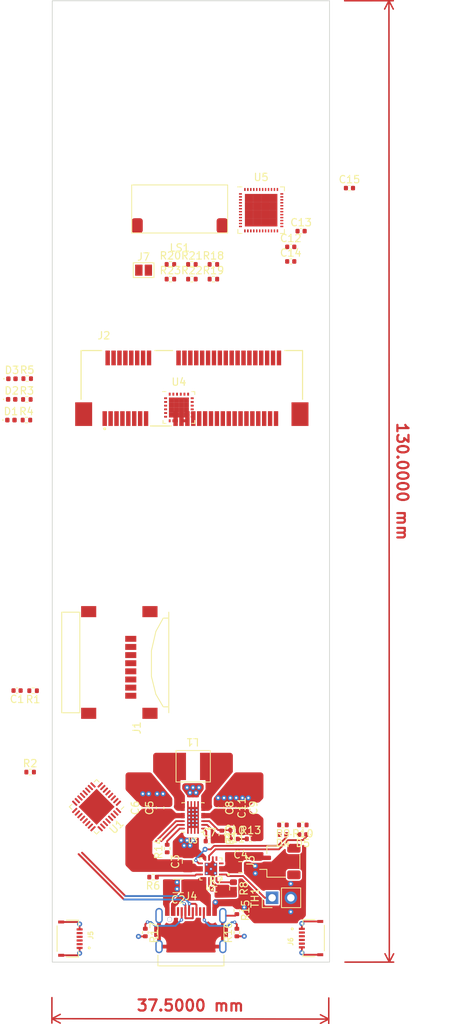
<source format=kicad_pcb>
(kicad_pcb (version 20211014) (generator pcbnew)
  (layers (0 "F.Cu" signal) (1 "In1.Cu" power) (2 "In2.Cu" power) (31 "B.Cu" signal) (35 "F.Paste" user) (36 "B.SilkS" user "B.Silkscreen") (37 "F.SilkS" user "F.Silkscreen") (38 "B.Mask" user) (39 "F.Mask" user) (44 "Edge.Cuts" user))
  (net 0 "")
  (net 1 "+3V3")
  (net 2 "GND")
  (net 3 "GNDPWR")
  (net 4 "Net-(C3-Pad1)")
  (net 5 "Net-(C4-Pad1)")
  (net 6 "Net-(C7-Pad1)")
  (net 7 "Net-(C10-Pad1)")
  (net 8 "Net-(C10-Pad2)")
  (net 9 "Net-(C12-Pad1)")
  (net 10 "Net-(C12-Pad2)")
  (net 11 "Net-(C13-Pad1)")
  (net 12 "Net-(C13-Pad2)")
  (net 13 "Net-(C14-Pad1)")
  (net 14 "Net-(C15-Pad1)")
  (net 15 "Net-(D1-Pad2)")
  (net 16 "Net-(D2-Pad2)")
  (net 17 "Net-(D3-Pad2)")
  (net 18 "/Power/CHG")
  (net 19 "Net-(D4-Pad2)")
  (net 20 "/Power/PG_BATT")
  (net 21 "Net-(D5-Pad2)")
  (net 23 "/~{CS_SD}")
  (net 24 "/MOSI_SD")
  (net 25 "/SCLK_SD")
  (net 26 "/MISO_SD")
  (net 36 "UART_RX")
  (net 38 "UART_TX")
  (net 44 "UART_CTS")
  (net 45 "UART_RTS")
  (net 47 "MIC_SCL")
  (net 48 "MIC_SDA")
  (net 53 "Net-(J2-Pad42)")
  (net 54 "Net-(J2-Pad44)")
  (net 55 "Net-(J2-Pad46)")
  (net 56 "SCLK")
  (net 58 "DAC_IN")
  (net 59 "ADC_OUT")
  (net 61 "+5V")
  (net 62 "Net-(J4-PadA5)")
  (net 63 "USB_D+")
  (net 64 "USB_D-")
  (net 66 "Net-(J4-PadB5)")
  (net 68 "Net-(J4-PadS1)")
  (net 69 "DBVDD")
  (net 70 "Net-(J5-Pad3)")
  (net 71 "Net-(J5-Pad4)")
  (net 73 "Net-(J6-Pad3)")
  (net 74 "Net-(J6-Pad4)")
  (net 76 "Net-(L1-Pad1)")
  (net 77 "Net-(L1-Pad2)")
  (net 78 "Net-(R2-Pad1)")
  (net 79 "Net-(R6-Pad1)")
  (net 80 "Net-(R7-Pad1)")
  (net 81 "Net-(R8-Pad1)")
  (net 82 "/Power/PG_PS")
  (net 83 "Net-(R18-Pad1)")
  (net 84 "Net-(R19-Pad1)")
  (net 85 "Net-(R20-Pad1)")
  (net 86 "Net-(R21-Pad1)")
  (net 87 "SDA_CODEC")
  (net 88 "SCL_CODEC")
  (net 89 "Net-(TH1-Pad1)")
  (net 92 "NRST")
  (net 102 "SWDIO")
  (net 103 "SWCLK")
  (net 104 "NRF_IRQ")
  (net 110 "/Power/CE")
  (net 127 "/keypad/SCL_GPIO")
  (net 128 "/keypad/SDA_GPIO")
  (net 130 "/keypad/RST_GPIO")
  (net 136 "GNDA")
  (footprint "Capacitor_SMD:C_0805_2012Metric" (layer "F.Cu") (at 132.3 138.15)
    (fp_text reference "C4")
    (fp_text value "4.7uF X5R")
  )
  (footprint "Capacitor_SMD:C_0402_1005Metric" (layer "F.Cu") (at 140.5 52.15)
    (fp_text reference "C13")
    (fp_text value "1uF")
  )
  (footprint "Resistor_SMD:R_0402_1005Metric" (layer "F.Cu") (at 125.71 56.65)
    (fp_text reference "R21")
    (fp_text value "1k")
  )
  (footprint "Resistor_SMD:R_0402_1005Metric" (layer "F.Cu") (at 138.0425 132.45 180)
    (fp_text reference "R9")
    (fp_text value "1.5k")
  )
  (footprint "Resistor_SMD:R_0402_1005Metric" (layer "F.Cu") (at 131.46 133.14 180)
    (fp_text reference "R11")
    (fp_text value "1M")
  )
  (footprint "JLCPCB:ALC5672-VB-CGT_QFN-48_EP_6x6_Pitch0.4mm" (layer "F.Cu") (at 135.09 49.32)
    (fp_text reference "U5")
    (fp_text value "ALC5672")
  )
  (footprint "Resistor_SMD:R_0402_1005Metric" (layer "F.Cu") (at 140.7325 132.45 180)
    (fp_text reference "R10")
    (fp_text value "1.5k")
  )
  (footprint "Capacitor_SMD:C_0402_1005Metric" (layer "F.Cu") (at 102.03 114.28 180)
    (fp_text reference "C1")
    (fp_text value "10uF")
  )
  (footprint "Resistor_SMD:R_0402_1005Metric" (layer "F.Cu") (at 128.95 141.13)
    (fp_text reference "R7")
    (fp_text value "46.4k")
  )
  (footprint "Resistor_SMD:R_0402_1005Metric" (layer "F.Cu") (at 103.4 72.1)
    (fp_text reference "R5")
    (fp_text value "470")
  )
  (footprint "Resistor_SMD:R_0402_1005Metric" (layer "F.Cu") (at 129.76 133.74 -90)
    (fp_text reference "R12")
    (fp_text value "180k")
  )
  (footprint "Resistor_SMD:R_0402_1005Metric" (layer "F.Cu") (at 104.2 114.3 180)
    (fp_text reference "R1")
    (fp_text value "10k")
  )
  (footprint "Capacitor_SMD:C_0805_2012Metric" (layer "F.Cu") (at 125.15 137.4 90)
    (fp_text reference "C3")
    (fp_text value "4.7uF X5R")
  )
  (footprint "Capacitor_SMD:C_1206_3216Metric" (layer "F.Cu") (at 123.85 140.7 180)
    (fp_text reference "C2")
    (fp_text value "1uF X5R")
  )
  (footprint "Resistor_SMD:R_0402_1005Metric" (layer "F.Cu") (at 122.36 135.64 90)
    (fp_text reference "R14")
    (fp_text value "1M")
  )
  (footprint "speakerpads:speakerpads" (layer "F.Cu") (at 124.055 54.905)
    (fp_text reference "LS1")
    (fp_text value "Earphone")
  )
  (footprint "Capacitor_SMD:C_0603_1608Metric" (layer "F.Cu") (at 119.46 130.14 90)
    (fp_text reference "C6")
    (fp_text value "10uF X5R")
  )
  (footprint "JLCPCB:IC_TPS63020DSJR" (layer "F.Cu") (at 125.86 131.44 180)
    (fp_text reference "U3")
    (fp_text value "TPS63020DSJR")
  )
  (footprint "Resistor_SMD:R_0402_1005Metric" (layer "F.Cu") (at 133.66 134.34)
    (fp_text reference "R13")
    (fp_text value "180k")
  )
  (footprint "JLCPCB:HRS_FH34SRJ-6S-0.5SH(50)" (layer "F.Cu") (at 141.85 147.75 90)
    (fp_text reference "J6")
    (fp_text value "FH34SRJ-6S-0.5SH(50)")
  )
  (footprint "Capacitor_SMD:C_0402_1005Metric" (layer "F.Cu") (at 139.1 56.25)
    (fp_text reference "C14")
    (fp_text value "1nF")
  )
  (footprint "Capacitor_SMD:C_0402_1005Metric" (layer "F.Cu") (at 129.66 130.14 -90)
    (fp_text reference "C8")
    (fp_text value "22uF X5R")
  )
  (footprint "Capacitor_SMD:C_0402_1005Metric" (layer "F.Cu") (at 128.06 134.64)
    (fp_text reference "C7")
    (fp_text value "100nF X5/7R")
  )
  (footprint "Resistor_SMD:R_0402_1005Metric" (layer "F.Cu") (at 131.8 144 -90)
    (fp_text reference "R15")
    (fp_text value "1M")
  )
  (footprint "Resistor_SMD:R_0402_1005Metric" (layer "F.Cu") (at 103.355 74.91)
    (fp_text reference "R3")
    (fp_text value "470")
  )
  (footprint "Resistor_SMD:R_0402_1005Metric" (layer "F.Cu") (at 119.4 147 -90)
    (fp_text reference "R17")
    (fp_text value "5.11k")
  )
  (footprint "LED_SMD:LED_0402_1005Metric" (layer "F.Cu") (at 140.7325 133.75 180)
    (fp_text reference "D5")
    (fp_text value "LED")
  )
  (footprint "Capacitor_SMD:C_0402_1005Metric" (layer "F.Cu") (at 131.46 134.34)
    (fp_text reference "C10")
    (fp_text value "4.7pF")
  )
  (footprint "Resistor_SMD:R_0402_1005Metric" (layer "F.Cu") (at 122.8 56.65)
    (fp_text reference "R20")
    (fp_text value "1k")
  )
  (footprint "Resistor_SMD:R_0402_1005Metric" (layer "F.Cu") (at 120.45 139.5 180)
    (fp_text reference "R6")
    (fp_text value "46.4k")
  )
  (footprint "Resistor_SMD:R_0402_1005Metric" (layer "F.Cu") (at 128.62 58.64)
    (fp_text reference "R19")
    (fp_text value "22")
  )
  (footprint "Connector_JST:JST_SH_SM02B-SRSS-TB_1x02-1MP_P1.00mm_Horizontal" (layer "F.Cu") (at 137.65 137.4 90)
    (fp_text reference "J3")
    (fp_text value "Battery")
  )
  (footprint "Resistor_SMD:R_0402_1005Metric" (layer "F.Cu") (at 122.8 58.64)
    (fp_text reference "R23")
    (fp_text value "10k")
  )
  (footprint "Connector_PinHeader_2.54mm:PinHeader_1x02_P2.54mm_Vertical" (layer "F.Cu") (at 136.575 142.3 90)
    (fp_text reference "TH1")
    (fp_text value "Thermistor_NTC")
  )
  (footprint "Capacitor_SMD:C_0402_1005Metric" (layer "F.Cu") (at 131.31 130.14 -90)
    (fp_text reference "C11")
    (fp_text value "22uF X5R")
  )
  (footprint "Package_DFN_QFN:QFN-32-1EP_5x5mm_P0.5mm_EP3.45x3.45mm" (layer "F.Cu") (at 112.8 130 -135)
    (fp_text reference "U1")
    (fp_text value "STM32L432KCUx")
  )
  (footprint "JLCPCB:HRS_FH34SRJ-6S-0.5SH(50)" (layer "F.Cu") (at 109.25 147.825 -90)
    (fp_text reference "J5")
    (fp_text value "FH34SRJ-6S-0.5SH(50)")
  )
  (footprint "Jumper:SolderJumper-2_P1.3mm_Open_Pad1.0x1.5mm" (layer "F.Cu") (at 119.17 57.43)
    (fp_text reference "J7")
    (fp_text value "Conn_01x02_Female")
  )
  (footprint "JLCPCB:QFN-24_EP_4x4_Pitch0.5mm" (layer "F.Cu") (at 123.95 76)
    (fp_text reference "U4")
    (fp_text value "AW9523BTQR")
  )
  (footprint "Resistor_SMD:R_0402_1005Metric" (layer "F.Cu") (at 125.71 58.64)
    (fp_text reference "R22")
    (fp_text value "10k")
  )
  (footprint "Resistor_SMD:R_0402_1005Metric" (layer "F.Cu") (at 103.8 125.3)
    (fp_text reference "R2")
    (fp_text value "10k")
  )
  (footprint "JLCPCB:IC_BQ24072RGTT" (layer "F.Cu") (at 128.2875 138.4 180)
    (fp_text reference "U2")
    (fp_text value "BQ24072RGTT")
  )
  (footprint "Resistor_SMD:R_0603_1608Metric" (layer "F.Cu") (at 131.34 141.03 -90)
    (fp_text reference "R8")
    (fp_text value "910")
  )
  (footprint "JLCPCB:SOFNG_MC-311D" (layer "F.Cu") (at 125.58 146.67)
    (fp_text reference "J4")
    (fp_text value "USB_C_Receptacle_USB2.0")
  )
  (footprint "Resistor_SMD:R_0402_1005Metric" (layer "F.Cu") (at 131.8 147 90)
    (fp_text reference "R16")
    (fp_text value "5.11k")
  )
  (footprint "Capacitor_SMD:C_0402_1005Metric" (layer "F.Cu") (at 139.1 54.28)
    (fp_text reference "C12")
    (fp_text value "1uF")
  )
  (footprint "Capacitor_SMD:C_0402_1005Metric" (layer "F.Cu") (at 147.05 46.33)
    (fp_text reference "C15")
    (fp_text value "1nF")
  )
  (footprint "Resistor_SMD:R_0402_1005Metric" (layer "F.Cu") (at 128.62 56.65)
    (fp_text reference "R18")
    (fp_text value "22")
  )
  (footprint "Capacitor_SMD:C_0603_1608Metric" (layer "F.Cu") (at 121.4 130.14 90)
    (fp_text reference "C5")
    (fp_text value "10uF X5R")
  )
  (footprint "JLCPCB:MPIT4030" (layer "F.Cu") (at 125.86 124.54 180)
    (fp_text reference "L1")
    (fp_text value "1.5uH")
  )
  (footprint "LED_SMD:LED_0402_1005Metric" (layer "F.Cu") (at 138.0325 133.75 180)
    (fp_text reference "D4")
    (fp_text value "LED")
  )
  (footprint "LED_SMD:LED_0402_1005Metric" (layer "F.Cu") (at 101.3 74.9)
    (fp_text reference "D2")
    (fp_text value "LED")
  )
  (footprint "Capacitor_SMD:C_0402_1005Metric" (layer "F.Cu") (at 132.91 130.14 -90)
    (fp_text reference "C9")
    (fp_text value "22uF X5R")
  )
  (footprint "LED_SMD:LED_0402_1005Metric" (layer "F.Cu") (at 101.2 77.7)
    (fp_text reference "D1")
    (fp_text value "LED")
  )
  (footprint "JLCPCB:MOLEX_67910-5700" (layer "F.Cu") (at 123.9 73.4)
    (fp_text reference "J2")
    (fp_text value "Bus_PCI_Express_Mini")
  )
  (footprint "LED_SMD:LED_0402_1005Metric" (layer "F.Cu") (at 101.335 72.12)
    (fp_text reference "D3")
    (fp_text value "LED")
  )
  (footprint "Resistor_SMD:R_0402_1005Metric" (layer "F.Cu") (at 103.3 77.7)
    (fp_text reference "R4")
    (fp_text value "470")
  )
  (footprint "JLCPCB:MOLEX_47219-2001" (layer "F.Cu") (at 115.33 110.48 90)
    (fp_text reference "J1")
    (fp_text value "47219-2001")
  )
  (gr_poly (pts (xy 144.35 151) (xy 106.8 151) (xy 106.8 21) (xy 144.35 21)) (layer "Edge.Cuts") (width 0.1) (fill none))
  (dimension (type aligned) (layer "F.Cu") (pts (xy 106.75 155.3) (xy 144.25 155.35)) (height 3.35) (gr_text "37.5000 mm" (at 125.497933 156.874999 359.9236057) (layer "F.Cu") (effects (font (size 1.5 1.5) (thickness 0.3)))) (format (units 3) (units_format 1) (precision 4)) (style (thickness 0.2) (arrow_length 1.27) (text_position_mode 0) (extension_height 0.58642) (extension_offset 0.5) keep_text_aligned))
  (dimension (type aligned) (layer "F.Cu") (pts (xy 145.95 151) (xy 145.9 21)) (height 6.499961) (gr_text "130.0000 mm" (at 154.224961 85.996808 -89.97796316) (layer "F.Cu") (effects (font (size 1.5 1.5) (thickness 0.3)))) (format (units 3) (units_format 1) (precision 4)) (style (thickness 0.2) (arrow_length 1.27) (text_position_mode 0) (extension_height 0.58642) (extension_offset 0.5) keep_text_aligned))
  (segment (start 131.8 147.51) (end 132.79 147.51) (width 0.25) (layer "F.Cu") (net 2))
  (segment (start 110.225 150.075) (end 110.5 149.8) (width 0.25) (layer "F.Cu") (net 2))
  (segment (start 118.475 147.525) (end 119.385 147.525) (width 0.25) (layer "F.Cu") (net 2))
  (segment (start 129.57 134.25) (end 129.76 134.25) (width 0.25) (layer "F.Cu") (net 2))
  (segment (start 143.1 150) (end 140.875 150) (width 0.25) (layer "F.Cu") (net 2))
  (segment (start 127.76 132.44) (end 129.57 134.25) (width 0.25) (layer "F.Cu") (net 2))
  (segment (start 110.5 149.075) (end 110.5 149.8) (width 0.25) (layer "F.Cu") (net 2))
  (segment (start 108 145.575) (end 110.225 145.575) (width 0.25) (layer "F.Cu") (net 2))
  (segment (start 140.875 150) (end 140.6 149.725) (width 0.25) (layer "F.Cu") (net 2))
  (segment (start 140.875 145.5) (end 140.6 145.775) (width 0.25) (layer "F.Cu") (net 2))
  (segment (start 132.79 147.51) (end 132.8 147.5) (width 0.25) (layer "F.Cu") (net 2))
  (segment (start 127.26 132.44) (end 127.76 132.44) (width 0.25) (layer "F.Cu") (net 2))
  (segment (start 140.6 146.5) (end 140.6 145.775) (width 0.25) (layer "F.Cu") (net 2))
  (segment (start 110.225 145.575) (end 110.5 145.85) (width 0.25) (layer "F.Cu") (net 2))
  (segment (start 108 150.075) (end 110.225 150.075) (width 0.25) (layer "F.Cu") (net 2))
  (segment (start 143.1 145.5) (end 140.875 145.5) (width 0.25) (layer "F.Cu") (net 2))
  (segment (start 110.5 146.575) (end 110.5 145.85) (width 0.25) (layer "F.Cu") (net 2))
  (segment (start 119.385 147.525) (end 119.4 147.51) (width 0.25) (layer "F.Cu") (net 2))
  (segment (start 140.6 149) (end 140.6 149.725) (width 0.25) (layer "F.Cu") (net 2))
  (via (at 140.6 145.775) (size 0.7) (drill 0.3) (layers "F.Cu" "B.Cu") (net 2))
  (via (at 140.6 149.725) (size 0.7) (drill 0.3) (layers "F.Cu" "B.Cu") (net 2))
  (via (at 110.5 149.8) (size 0.7) (drill 0.3) (layers "F.Cu" "B.Cu") (net 2))
  (via (at 110.5 145.85) (size 0.7) (drill 0.3) (layers "F.Cu" "B.Cu") (net 2))
  (via (at 132.8 147.5) (size 0.7) (drill 0.3) (layers "F.Cu" "B.Cu") (net 2))
  (via (at 118.475 147.525) (size 0.7) (drill 0.3) (layers "F.Cu" "B.Cu") (net 2))
  (via (at 134.3 139) (size 0.7) (drill 0.3) (layers "F.Cu" "B.Cu") (net 3))
  (via (at 121 128.24) (size 0.7) (drill 0.3) (layers "F.Cu" "B.Cu") (net 3))
  (via (at 133.36 128.79) (size 0.7) (drill 0.3) (layers "F.Cu" "B.Cu") (net 3))
  (via (at 129.26 128.79) (size 0.7) (drill 0.3) (layers "F.Cu" "B.Cu") (net 3))
  (via (at 132.8 143.6) (size 0.7) (drill 0.3) (layers "F.Cu" "B.Cu") (net 3))
  (via (at 139.1 140.4) (size 0.7) (drill 0.3) (layers "F.Cu" "B.Cu") (net 3))
  (via (at 130.06 128.79) (size 0.7) (drill 0.3) (layers "F.Cu" "B.Cu") (net 3))
  (via (at 125.86 134.54) (size 0.7) (drill 0.3) (layers "F.Cu" "B.Cu") (net 3))
  (via (at 130.91 128.79) (size 0.7) (drill 0.3) (layers "F.Cu" "B.Cu") (net 3))
  (via (at 126.66 127.39) (size 0.7) (drill 0.3) (layers "F.Cu" "B.Cu") (net 3))
  (via (at 125.46 135.24) (size 0.7) (drill 0.3) (layers "F.Cu" "B.Cu") (net 3))
  (via (at 125.46 128.09) (size 0.7) (drill 0.3) (layers "F.Cu" "B.Cu") (net 3))
  (via (at 132.56 128.79) (size 0.7) (drill 0.3) (layers "F.Cu" "B.Cu") (net 3))
  (via (at 124.66 135.24) (size 0.7) (drill 0.3) (layers "F.Cu" "B.Cu") (net 3))
  (via (at 123.7 141.1) (size 0.7) (drill 0.3) (layers "F.Cu" "B.Cu") (net 3))
  (via (at 131.71 128.79) (size 0.7) (drill 0.3) (layers "F.Cu" "B.Cu") (net 3))
  (via (at 139.1 144.2) (size 0.7) (drill 0.3) (layers "F.Cu" "B.Cu") (net 3))
  (via (at 126.26 128.09) (size 0.7) (drill 0.3) (layers "F.Cu" "B.Cu") (net 3))
  (via (at 119.86 128.24) (size 0.7) (drill 0.3) (layers "F.Cu" "B.Cu") (net 3))
  (via (at 121.8 128.24) (size 0.7) (drill 0.3) (layers "F.Cu" "B.Cu") (net 3))
  (via (at 123.7 140.2) (size 0.7) (drill 0.3) (layers "F.Cu" "B.Cu") (net 3))
  (via (at 125.86 127.39) (size 0.7) (drill 0.3) (layers "F.Cu" "B.Cu") (net 3))
  (via (at 134.3 138) (size 0.7) (drill 0.3) (layers "F.Cu" "B.Cu") (net 3))
  (via (at 125.06 127.39) (size 0.7) (drill 0.3) (layers "F.Cu" "B.Cu") (net 3))
  (via (at 128.9 142.9) (size 0.7) (drill 0.3) (layers "F.Cu" "B.Cu") (net 3))
  (via (at 119.06 128.24) (size 0.7) (drill 0.3) (layers "F.Cu" "B.Cu") (net 3))
  (via (at 125.06 134.54) (size 0.7) (drill 0.3) (layers "F.Cu" "B.Cu") (net 3))
  (via (at 124.26 134.54) (size 0.7) (drill 0.3) (layers "F.Cu" "B.Cu") (net 3))
  (segment (start 124.46 131.94) (end 123.56 131.94) (width 0.25) (layer "F.Cu") (net 6))
  (segment (start 127.66 133.34) (end 127.66 134.56) (width 0.25) (layer "F.Cu") (net 6))
  (segment (start 123.76 132.44) (end 121.56 134.64) (width 0.25) (layer "F.Cu") (net 6))
  (segment (start 124.46 132.44) (end 123.76 132.44) (width 0.25) (layer "F.Cu") (net 6))
  (segment (start 127.26 132.94) (end 127.66 133.34) (width 0.25) (layer "F.Cu") (net 6))
  (segment (start 123.56 131.94) (end 120.86 134.64) (width 0.25) (layer "F.Cu") (net 6))
  (segment (start 127.66 134.56) (end 127.58 134.64) (width 0.25) (layer "F.Cu") (net 6))
  (segment (start 127.26 131.94) (end 128.06 131.94) (width 0.25) (layer "F.Cu") (net 7))
  (segment (start 130.95 134.31) (end 130.98 134.34) (width 0.25) (layer "F.Cu") (net 7))
  (segment (start 129.26 133.14) (end 130.96 133.14) (width 0.25) (layer "F.Cu") (net 7))
  (segment (start 130.95 133.14) (end 130.95 134.31) (width 0.25) (layer "F.Cu") (net 7))
  (segment (start 128.06 131.94) (end 129.26 133.14) (width 0.25) (layer "F.Cu") (net 7))
  (segment (start 133.06 134.35) (end 131.95 134.35) (width 0.25) (layer "F.Cu") (net 8))
  (segment (start 131.95 134.35) (end 131.94 134.34) (width 0.25) (layer "F.Cu") (net 8))
  (segment (start 127.5 135.75) (end 128.25 135.75) (width 0.25) (layer "F.Cu") (net 18))
  (segment (start 138.5175 134.096104) (end 138.5175 133.75) (width 0.25) (layer "F.Cu") (net 18))
  (segment (start 126.65 137.65) (end 126.25 137.25) (width 0.25) (layer "F.Cu") (net 18))
  (segment (start 126.8875 137.65) (end 126.65 137.65) (width 0.25) (layer "F.Cu") (net 18))
  (segment (start 137.338604 135.275) (end 138.5175 134.096104) (width 0.25) (layer "F.Cu") (net 18))
  (segment (start 128.725 135.275) (end 137.338604 135.275) (width 0.25) (layer "F.Cu") (net 18))
  (segment (start 128.25 135.75) (end 128.725 135.275) (width 0.25) (layer "F.Cu") (net 18))
  (segment (start 138.5 133.7675) (end 138.5175 133.75) (width 0.25) (layer "F.Cu") (net 18))
  (via (at 126.25 137.25) (size 0.45) (drill 0.2) (layers "F.Cu" "B.Cu") (net 18))
  (via (at 127.5 135.75) (size 0.7) (drill 0.3) (layers "F.Cu" "B.Cu") (net 18))
  (segment (start 126.25 137) (end 127.5 135.75) (width 0.25) (layer "B.Cu") (net 18))
  (segment (start 126.25 137.25) (end 126.25 137) (width 0.25) (layer "B.Cu") (net 18))
  (segment (start 138.75 134.5) (end 140.75 134.5) (width 0.25) (layer "F.Cu") (net 20))
  (segment (start 140.75 134.5) (end 141.2175 134.0325) (width 0.25) (layer "F.Cu") (net 20))
  (segment (start 128.0375 136.630222) (end 128.917722 135.75) (width 0.25) (layer "F.Cu") (net 20))
  (segment (start 137.5 135.75) (end 138.75 134.5) (width 0.25) (layer "F.Cu") (net 20))
  (segment (start 128.917722 135.75) (end 137.5 135.75) (width 0.25) (layer "F.Cu") (net 20))
  (segment (start 141.2175 134.0325) (end 141.2175 133.75) (width 0.25) (layer "F.Cu") (net 20))
  (segment (start 128.0375 137) (end 128.0375 136.630222) (width 0.25) (layer "F.Cu") (net 20))
  (segment (start 124.325 144.155) (end 124.325 145.225) (width 0.25) (layer "F.Cu") (net 62))
  (segment (start 119.7 145.58) (end 119.4 145.88) (width 0.25) (layer "F.Cu") (net 62))
  (segment (start 119.4 145.88) (end 119.4 146.47) (width 0.25) (layer "F.Cu") (net 62))
  (via (at 124.3005 145.29) (size 0.45) (drill 0.2) (layers "F.Cu" "B.Cu") (net 62))
  (via (at 119.7 145.58) (size 0.45) (drill 0.2) (layers "F.Cu" "B.Cu") (net 62))
  (segment (start 120.18 145.58) (end 119.7 145.58) (width 0.25) (layer "B.Cu") (net 62))
  (segment (start 123.4955 146.095) (end 120.695 146.095) (width 0.25) (layer "B.Cu") (net 62))
  (segment (start 120.695 146.095) (end 120.18 145.58) (width 0.25) (layer "B.Cu") (net 62))
  (segment (start 124.3005 145.29) (end 123.4955 146.095) (width 0.25) (layer "B.Cu") (net 62))
  (segment (start 125.383222 143.116778) (end 126.17789 143.116778) (width 0.261112) (layer "F.Cu") (net 63))
  (segment (start 125.33 143.116778) (end 125.383222 143.116778) (width 0.261112) (layer "F.Cu") (net 63))
  (segment (start 126.17789 143.116778) (end 126.33 143.268888) (width 0.261112) (layer "F.Cu") (net 63))
  (segment (start 110.832156 136.203836) (end 116.696164 142.067844) (width 0.261112) (layer "F.Cu") (net 63))
  (segment (start 126.33 143.268888) (end 126.33 144.16) (width 0.261112) (layer "F.Cu") (net 63))
  (segment (start 125.33 143.116778) (end 125.33 144.16) (width 0.261112) (layer "F.Cu") (net 63))
  (via (at 125.383222 143.116778) (size 0.45) (drill 0.2) (layers "F.Cu" "B.Cu") (net 63))
  (segment (start 125.383222 143.036435) (end 125.383222 143.116778) (width 0.261112) (layer "B.Cu") (net 63))
  (segment (start 124.414631 142.067844) (end 125.383222 143.036435) (width 0.261112) (layer "B.Cu") (net 63))
  (segment (start 116.696164 142.067844) (end 124.414631 142.067844) (width 0.261112) (layer "B.Cu") (net 63))
  (segment (start 124.83 145.051112) (end 124.849444 145.070556) (width 0.261112) (layer "F.Cu") (net 64))
  (segment (start 124.849444 145.070556) (end 125.810556 145.070556) (width 0.261112) (layer "F.Cu") (net 64))
  (segment (start 124.83 144.16) (end 124.83 145.051112) (width 0.261112) (layer "F.Cu") (net 64))
  (segment (start 124.83 143.268888) (end 124.83 144.16) (width 0.261112) (layer "F.Cu") (net 64))
  (segment (start 125.810556 145.070556) (end 125.83 145.051112) (width 0.261112) (layer "F.Cu") (net 64))
  (segment (start 110.367844 136.396164) (end 116.503836 142.532156) (width 0.261112) (layer "F.Cu") (net 64))
  (segment (start 125.83 145.051112) (end 125.83 144.16) (width 0.261112) (layer "F.Cu") (net 64))
  (segment (start 124.680556 143.119444) (end 124.83 143.268888) (width 0.261112) (layer "F.Cu") (net 64))
  (via (at 124.680556 143.119444) (size 0.45) (drill 0.2) (layers "F.Cu" "B.Cu") (net 64))
  (segment (start 124.093268 142.532156) (end 124.680556 143.119444) (width 0.261112) (layer "B.Cu") (net 64))
  (segment (start 116.503836 142.532156) (end 124.093268 142.532156) (width 0.261112) (layer "B.Cu") (net 64))
  (segment (start 131.8 145.9) (end 131.8 146.49) (width 0.25) (layer "F.Cu") (net 66))
  (segment (start 127.33 144.16) (end 127.33 145.23) (width 0.25) (layer "F.Cu") (net 66))
  (segment (start 127.33 145.23) (end 127.4 145.3) (width 0.25) (layer "F.Cu") (net 66))
  (segment (start 131.5 145.6) (end 131.8 145.9) (width 0.25) (layer "F.Cu") (net 66))
  (via (at 131.5 145.6) (size 0.45) (drill 0.2) (layers "F.Cu" "B.Cu") (net 66))
  (via (at 127.4 145.3) (size 0.45) (drill 0.2) (layers "F.Cu" "B.Cu") (net 66))
  (segment (start 131.1 145.6) (end 131.5 145.6) (width 0.25) (layer "B.Cu") (net 66))
  (segment (start 128.085999 146.095) (end 130.605 146.095) (width 0.25) (layer "B.Cu") (net 66))
  (segment (start 127.4 145.409001) (end 128.085999 146.095) (width 0.25) (layer "B.Cu") (net 66))
  (segment (start 130.605 146.095) (end 131.1 145.6) (width 0.25) (layer "B.Cu") (net 66))
  (segment (start 127.4 145.3) (end 127.4 145.409001) (width 0.25) (layer "B.Cu") (net 66))
  (segment (start 131.59 144.72) (end 131.8 144.51) (width 0.25) (layer "F.Cu") (net 68))
  (segment (start 129.9 144.72) (end 131.59 144.72) (width 0.25) (layer "F.Cu") (net 68))
  (segment (start 126.8875 139.15) (end 126.3 139.15) (width 0.25) (layer "F.Cu") (net 79))
  (segment (start 121.16 139.3) (end 120.96 139.5) (width 0.25) (layer "F.Cu") (net 79))
  (segment (start 126.15 139.3) (end 121.16 139.3) (width 0.25) (layer "F.Cu") (net 79))
  (segment (start 126.3 139.15) (end 126.15 139.3) (width 0.25) (layer "F.Cu") (net 79))
  (segment (start 128.0375 140.7275) (end 128.44 141.13) (width 0.25) (layer "F.Cu") (net 80))
  (segment (start 128.0375 139.8) (end 128.0375 140.7275) (width 0.25) (layer "F.Cu") (net 80))
  (segment (start 129.0375 140.0575) (end 129.185 140.205) (width 0.25) (layer "F.Cu") (net 81))
  (segment (start 129.185 140.205) (end 131.34 140.205) (width 0.25) (layer "F.Cu") (net 81))
  (segment (start 129.0375 139.8) (end 129.0375 140.0575) (width 0.25) (layer "F.Cu") (net 81))
  (segment (start 124.46 132.94) (end 124.06 132.94) (width 0.25) (layer "F.Cu") (net 82))
  (segment (start 122.36 134.64) (end 122.36 135.13) (width 0.25) (layer "F.Cu") (net 82))
  (segment (start 124.06 132.94) (end 122.36 134.64) (width 0.25) (layer "F.Cu") (net 82))
  (segment (start 130.34 139.15) (end 130.55 139.36) (width 0.25) (layer "F.Cu") (net 89))
  (segment (start 135.58 142.3) (end 136.575 142.3) (width 0.25) (layer "F.Cu") (net 89))
  (segment (start 129.6875 139.15) (end 130.34 139.15) (width 0.25) (layer "F.Cu") (net 89))
  (segment (start 132.64 139.36) (end 135.58 142.3) (width 0.25) (layer "F.Cu") (net 89))
  (segment (start 130.55 139.36) (end 132.64 139.36) (width 0.25) (layer "F.Cu") (net 89))
  (zone (net 3) (net_name "GNDPWR") (layer "F.Cu") (connect_pads yes (clearance 0.254)) (min_thickness 0.254) (fill yes (thermal_gap 0.508) (thermal_bridge_width 0.508) (smoothing fillet) (radius 0.4))
    (polygon (pts (xy 127.3 127.65) (xy 126.65 128.5) (xy 126.65 135.7) (xy 127.65 136.7) (xy 127.65 137.3) (xy 127.4 137.3) (xy 127.1 136.95) (xy 123.11 136.96) (xy 123.11 134.64) (xy 124.31 133.44) (xy 125.06 133.44) (xy 125.06 128.5) (xy 124.4 127.6) (xy 124.4 126.81) (xy 127.3 126.8)))
  )
  (zone (net 2) (net_name "GND") (layer "F.Cu") (priority 1) (connect_pads yes (clearance 0.15)) (min_thickness 0.254) (fill yes (thermal_gap 0.508) (thermal_bridge_width 0.508) (smoothing fillet) (radius 0.2))
    (polygon (pts (xy 128.66 137.3) (xy 129.02 137.73) (xy 129.02 137.92) (xy 128.06 137.92) (xy 128.06 137.71) (xy 128.42 137.3) (xy 128.42 136.7) (xy 128.66 136.7)))
  )
  (zone (net 3) (net_name "GNDPWR") (layer "F.Cu") (connect_pads yes (clearance 0.1)) (min_thickness 0.254) (fill yes (thermal_gap 0.508) (thermal_bridge_width 0.508) (smoothing fillet) (radius 0.4))
    (polygon (pts (xy 136.3 143.35) (xy 137.55 143.35) (xy 137.55 141.35) (xy 135.25 141.35) (xy 132.7 138.95) (xy 132.7 137.4) (xy 136.5 137.4) (xy 138.8 135.15) (xy 141.2 135.15) (xy 141.15 144.75) (xy 140.2 145.75) (xy 134.1 145.75) (xy 132.35 143.85) (xy 131.65 143.85) (xy 131.2 143.45) (xy 129.45 143.45) (xy 129.1 143.8) (xy 129.1 144.75) (xy 128.45 144.75) (xy 128.45 142.8) (xy 128.9 142.35) (xy 132 142.35) (xy 132 139.65) (xy 132.55 139.65)))
  )
  (zone (net 68) (net_name "Net-(J4-PadS1)") (layer "F.Cu") (connect_pads (clearance 0.254)) (min_thickness 0.254) (fill yes (thermal_gap 0.508) (thermal_bridge_width 0.508))
    (polygon (pts (xy 130.6 149.7) (xy 120.6 149.7) (xy 120.6 144.7) (xy 130.6 144.7)))
  )
  (zone (net 61) (net_name "+5V") (layer "F.Cu") (priority 1) (connect_pads yes (clearance 0.15)) (min_thickness 0.254) (fill yes (thermal_gap 0.508) (thermal_bridge_width 0.508) (smoothing fillet) (radius 0.2))
    (polygon (pts (xy 128.28 141.87) (xy 128.28 144.27) (xy 127.68 144.27) (xy 127.68 143.4) (xy 126.76 142.69) (xy 124.31 142.69) (xy 123.48 143.58) (xy 123.48 144.74) (xy 122.88 144.75) (xy 122.88 143.09) (xy 124.289558 141.53272) (xy 124.279558 139.80272) (xy 126.5 139.8) (xy 126.8 139.5) (xy 127.66 139.5) (xy 127.66 141.2)))
  )
  (zone (net 4) (net_name "Net-(C3-Pad1)") (layer "F.Cu") (priority 1) (connect_pads yes (clearance 0.254)) (min_thickness 0.254) (fill yes (thermal_gap 0.508) (thermal_bridge_width 0.508) (smoothing fillet) (radius 0.4))
    (polygon (pts (xy 116.7 132.6) (xy 116.7 137.9) (xy 117.6 138.8) (xy 127.2 138.8) (xy 127.2 138) (xy 126.4 138) (xy 125.65 137.1) (xy 121.05 137.1) (xy 120.35 136.3) (xy 120.36 134.64) (xy 123.56 131.54) (xy 124.76 131.54) (xy 124.76 130.84) (xy 123.56 130.84) (xy 122.96 130.24) (xy 118.96 130.24)))
  )
  (zone (net 3) (net_name "GNDPWR") (layer "F.Cu") (priority 1) (connect_pads yes (clearance 0.254)) (min_thickness 0.254) (fill yes (thermal_gap 0.508) (thermal_bridge_width 0.508) (smoothing fillet) (radius 0.4))
    (polygon (pts (xy 135.4 128.84) (xy 134.8 129.44) (xy 134.01 129.44) (xy 133.36 130.09) (xy 128.66 130.04) (xy 128.66 128.84) (xy 131.56 125.34) (xy 135.4 125.34)))
  )
  (zone (net 2) (net_name "GND") (layer "F.Cu") (priority 1) (connect_pads yes (clearance 0.15)) (min_thickness 0.254) (fill yes (thermal_gap 0.508) (thermal_bridge_width 0.508) (smoothing fillet) (radius 0.2))
    (polygon (pts (xy 128.42 139.5) (xy 128.06 139.07) (xy 128.06 138.88) (xy 129.02 138.88) (xy 129.02 139.09) (xy 128.66 139.5) (xy 128.66 140.1) (xy 128.42 140.1)))
  )
  (zone (net 3) (net_name "GNDPWR") (layer "F.Cu") (priority 1) (connect_pads yes (clearance 0.254)) (min_thickness 0.254) (fill yes (thermal_gap 0.508) (thermal_bridge_width 0.508) (smoothing fillet) (radius 0.4))
    (polygon (pts (xy 116.72 127.7) (xy 118.96 130.04) (xy 123.06 130.04) (xy 123.06 128.84) (xy 120.16 125.34) (xy 116.72 125.34)))
  )
  (zone (net 1) (net_name "+3V3") (layer "F.Cu") (priority 1) (connect_pads yes (clearance 0.254)) (min_thickness 0.254) (fill yes (thermal_gap 0.508) (thermal_bridge_width 0.508) (smoothing fillet) (radius 0.4))
    (polygon (pts (xy 134.06 130.94) (xy 134.7 130.94) (xy 135.4 131.54) (xy 135.4 134.64) (xy 133.56 134.64) (xy 133.56 133.84) (xy 131.66 133.84) (xy 131.66 132.94) (xy 131.26 132.54) (xy 129.16 132.54) (xy 128.16 131.54) (xy 126.96 131.54) (xy 126.96 130.84) (xy 128.16 130.84) (xy 128.76 130.24) (xy 133.36 130.29)))
  )
  (zone (net 77) (net_name "Net-(L1-Pad2)") (layer "F.Cu") (connect_pads yes (clearance 0.254)) (min_thickness 0.254) (fill yes (thermal_gap 0.508) (thermal_bridge_width 0.508) (smoothing fillet) (radius 0.4))
    (polygon (pts (xy 127.56 127.64) (xy 126.96 128.44) (xy 126.96 130.54) (xy 128.06 130.54) (xy 128.46 130.14) (xy 128.46 128.74) (xy 131.26 125.34) (xy 131.26 122.69) (xy 127.56 122.69)))
  )
  (zone (net 5) (net_name "Net-(C4-Pad1)") (layer "F.Cu") (priority 1) (connect_pads yes (clearance 0.254)) (min_thickness 0.254) (fill yes (thermal_gap 0.508) (thermal_bridge_width 0.508) (smoothing fillet) (radius 0.4))
    (polygon (pts (xy 130.01 138.77) (xy 129.39 138.77) (xy 129.39 138.03) (xy 129.88 138.03) (xy 130.2 137.72) (xy 130.2 136.11) (xy 130.65 135.69) (xy 135.4 135.69) (xy 135.4 137.3) (xy 132.65 137.3) (xy 132.65 138.78) (xy 132.39 139.04) (xy 130.23 139.04)))
  )
  (zone (net 76) (net_name "Net-(L1-Pad1)") (layer "F.Cu") (connect_pads yes (clearance 0.254)) (min_thickness 0.254) (fill yes (thermal_gap 0.508) (thermal_bridge_width 0.508) (smoothing fillet) (radius 0.4))
    (polygon (pts (xy 124.16 127.64) (xy 124.76 128.44) (xy 124.76 130.54) (xy 123.66 130.54) (xy 123.26 130.14) (xy 123.26 128.74) (xy 120.46 125.34) (xy 120.46 122.69) (xy 124.16 122.69)))
  )
  (zone (net 3) (net_name "GNDPWR") (layer "F.Cu") (connect_pads yes (clearance 0.1)) (min_thickness 0.254) (fill yes (thermal_gap 0.508) (thermal_bridge_width 0.508))
    (polygon (pts (xy 124.09 141.51) (xy 122.68 143.04) (xy 122.68 144.73) (xy 122.08 144.73) (xy 122.08 143.74) (xy 121.8 143.23) (xy 121.8 139.81) (xy 124.09 139.81)))
  )
  (zone (net 2) (net_name "GND") (layer "F.Cu") (priority 1) (connect_pads yes (clearance 0.15)) (min_thickness 0.254) (fill yes (thermal_gap 0.508) (thermal_bridge_width 0.508) (smoothing fillet) (radius 0.2))
    (polygon (pts (xy 128.66 140.09) (xy 129.299784 140.456001) (xy 131.799784 140.446001) (xy 131.8 142.25) (xy 128.78 142.3) (xy 128.78 140.74) (xy 128.42 140.74) (xy 128.42 139.5) (xy 128.66 139.5)))
  )
  (zone (net 2) (net_name "GND") (layer "F.Cu") (priority 1) (connect_pads yes (clearance 0.254)) (min_thickness 0.254) (fill yes (thermal_gap 0.508) (thermal_bridge_width 0.508))
    (polygon (pts (xy 129.06 133.64) (xy 130.26 133.64) (xy 130.26 134.94) (xy 128.26 134.94) (xy 128.26 132.84)))
  )
)
</source>
